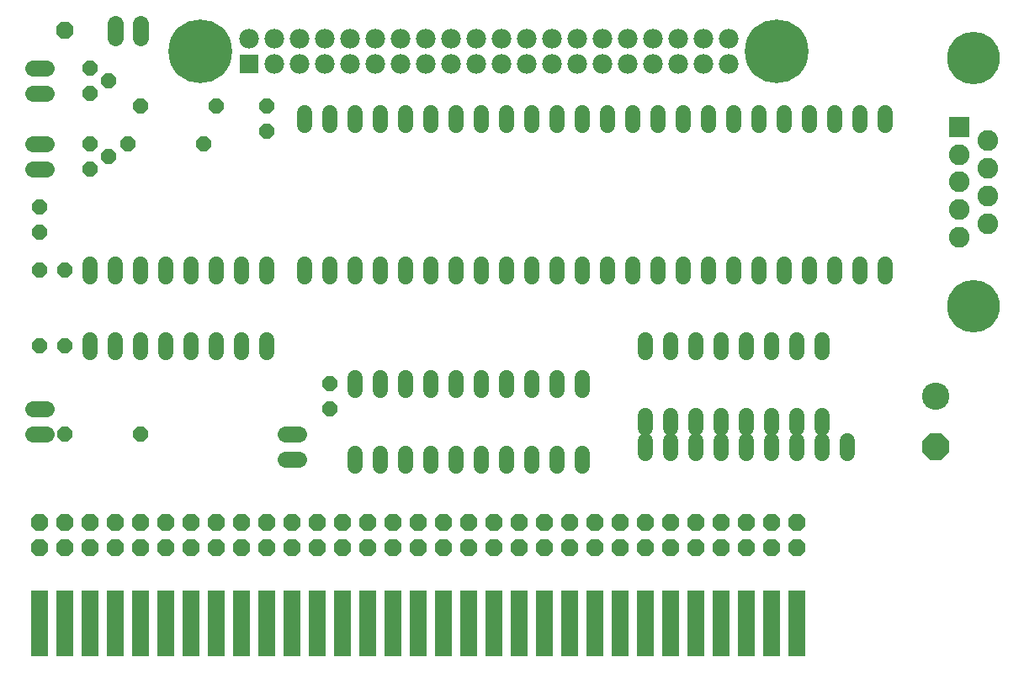
<source format=gbs>
G75*
%MOIN*%
%OFA0B0*%
%FSLAX24Y24*%
%IPPOS*%
%LPD*%
%AMOC8*
5,1,8,0,0,1.08239X$1,22.5*
%
%ADD10R,0.0680X0.2630*%
%ADD11OC8,0.0680*%
%ADD12R,0.0820X0.0820*%
%ADD13C,0.0820*%
%ADD14C,0.2080*%
%ADD15OC8,0.0600*%
%ADD16C,0.0600*%
%ADD17R,0.0780X0.0780*%
%ADD18C,0.0780*%
%ADD19C,0.2521*%
%ADD20C,0.0640*%
%ADD21C,0.1080*%
%ADD22OC8,0.1080*%
D10*
X001680Y001900D03*
X002680Y001900D03*
X003680Y001900D03*
X004680Y001900D03*
X005680Y001900D03*
X006680Y001900D03*
X007680Y001900D03*
X008680Y001900D03*
X009680Y001900D03*
X010680Y001900D03*
X011680Y001900D03*
X012680Y001900D03*
X013680Y001900D03*
X014680Y001900D03*
X015680Y001900D03*
X016680Y001900D03*
X017680Y001900D03*
X018680Y001900D03*
X019680Y001900D03*
X020680Y001900D03*
X021680Y001900D03*
X022680Y001900D03*
X023680Y001900D03*
X024680Y001900D03*
X025680Y001900D03*
X026680Y001900D03*
X027680Y001900D03*
X028680Y001900D03*
X029680Y001900D03*
X030680Y001900D03*
X031680Y001900D03*
D11*
X031680Y004900D03*
X030680Y004900D03*
X029680Y004900D03*
X028680Y004900D03*
X027680Y004900D03*
X026680Y004900D03*
X025680Y004900D03*
X024680Y004900D03*
X023680Y004900D03*
X022680Y004900D03*
X021680Y004900D03*
X020680Y004900D03*
X019680Y004900D03*
X018680Y004900D03*
X017680Y004900D03*
X016680Y004900D03*
X015680Y004900D03*
X014680Y004900D03*
X013680Y004900D03*
X012680Y004900D03*
X011680Y004900D03*
X010680Y004900D03*
X009680Y004900D03*
X008680Y004900D03*
X007680Y004900D03*
X006680Y004900D03*
X005680Y004900D03*
X004680Y004900D03*
X003680Y004900D03*
X002680Y004900D03*
X001680Y004900D03*
X001680Y005900D03*
X002680Y005900D03*
X003680Y005900D03*
X004680Y005900D03*
X005680Y005900D03*
X006680Y005900D03*
X007680Y005900D03*
X008680Y005900D03*
X009680Y005900D03*
X010680Y005900D03*
X011680Y005900D03*
X012680Y005900D03*
X013680Y005900D03*
X014680Y005900D03*
X015680Y005900D03*
X016680Y005900D03*
X017680Y005900D03*
X018680Y005900D03*
X019680Y005900D03*
X020680Y005900D03*
X021680Y005900D03*
X022680Y005900D03*
X023680Y005900D03*
X024680Y005900D03*
X025680Y005900D03*
X026680Y005900D03*
X027680Y005900D03*
X028680Y005900D03*
X029680Y005900D03*
X030680Y005900D03*
X031680Y005900D03*
X002680Y025400D03*
D12*
X038121Y021581D03*
D13*
X039239Y021034D03*
X038121Y020491D03*
X039239Y019943D03*
X038121Y019400D03*
X039239Y018857D03*
X038121Y018309D03*
X039239Y017766D03*
X038121Y017219D03*
D14*
X038680Y014479D03*
X038680Y024321D03*
D15*
X013180Y011400D03*
X013180Y010400D03*
X005680Y009400D03*
X002680Y009400D03*
X002680Y012900D03*
X001680Y012900D03*
X001680Y015900D03*
X002680Y015900D03*
X001680Y017400D03*
X001680Y018400D03*
X003680Y019900D03*
X004430Y020400D03*
X003680Y020900D03*
X005180Y020900D03*
X005680Y022400D03*
X004430Y023400D03*
X003680Y023900D03*
X003680Y022900D03*
X008180Y020900D03*
X010680Y021400D03*
X010680Y022400D03*
X008680Y022400D03*
D16*
X012180Y022160D02*
X012180Y021640D01*
X013180Y021640D02*
X013180Y022160D01*
X014180Y022160D02*
X014180Y021640D01*
X015180Y021640D02*
X015180Y022160D01*
X016180Y022160D02*
X016180Y021640D01*
X017180Y021640D02*
X017180Y022160D01*
X018180Y022160D02*
X018180Y021640D01*
X019180Y021640D02*
X019180Y022160D01*
X020180Y022160D02*
X020180Y021640D01*
X021180Y021640D02*
X021180Y022160D01*
X022180Y022160D02*
X022180Y021640D01*
X023180Y021640D02*
X023180Y022160D01*
X024180Y022160D02*
X024180Y021640D01*
X025180Y021640D02*
X025180Y022160D01*
X026180Y022160D02*
X026180Y021640D01*
X027180Y021640D02*
X027180Y022160D01*
X028180Y022160D02*
X028180Y021640D01*
X029180Y021640D02*
X029180Y022160D01*
X030180Y022160D02*
X030180Y021640D01*
X031180Y021640D02*
X031180Y022160D01*
X032180Y022160D02*
X032180Y021640D01*
X033180Y021640D02*
X033180Y022160D01*
X034180Y022160D02*
X034180Y021640D01*
X035180Y021640D02*
X035180Y022160D01*
X035180Y016160D02*
X035180Y015640D01*
X034180Y015640D02*
X034180Y016160D01*
X033180Y016160D02*
X033180Y015640D01*
X032180Y015640D02*
X032180Y016160D01*
X031180Y016160D02*
X031180Y015640D01*
X030180Y015640D02*
X030180Y016160D01*
X029180Y016160D02*
X029180Y015640D01*
X028180Y015640D02*
X028180Y016160D01*
X027180Y016160D02*
X027180Y015640D01*
X026180Y015640D02*
X026180Y016160D01*
X025180Y016160D02*
X025180Y015640D01*
X024180Y015640D02*
X024180Y016160D01*
X023180Y016160D02*
X023180Y015640D01*
X022180Y015640D02*
X022180Y016160D01*
X021180Y016160D02*
X021180Y015640D01*
X020180Y015640D02*
X020180Y016160D01*
X019180Y016160D02*
X019180Y015640D01*
X018180Y015640D02*
X018180Y016160D01*
X017180Y016160D02*
X017180Y015640D01*
X016180Y015640D02*
X016180Y016160D01*
X015180Y016160D02*
X015180Y015640D01*
X014180Y015640D02*
X014180Y016160D01*
X013180Y016160D02*
X013180Y015640D01*
X012180Y015640D02*
X012180Y016160D01*
X010680Y016160D02*
X010680Y015640D01*
X009680Y015640D02*
X009680Y016160D01*
X008680Y016160D02*
X008680Y015640D01*
X007680Y015640D02*
X007680Y016160D01*
X006680Y016160D02*
X006680Y015640D01*
X005680Y015640D02*
X005680Y016160D01*
X004680Y016160D02*
X004680Y015640D01*
X003680Y015640D02*
X003680Y016160D01*
X003680Y013160D02*
X003680Y012640D01*
X004680Y012640D02*
X004680Y013160D01*
X005680Y013160D02*
X005680Y012640D01*
X006680Y012640D02*
X006680Y013160D01*
X007680Y013160D02*
X007680Y012640D01*
X008680Y012640D02*
X008680Y013160D01*
X009680Y013160D02*
X009680Y012640D01*
X010680Y012640D02*
X010680Y013160D01*
X014180Y011660D02*
X014180Y011140D01*
X015180Y011140D02*
X015180Y011660D01*
X016180Y011660D02*
X016180Y011140D01*
X017180Y011140D02*
X017180Y011660D01*
X018180Y011660D02*
X018180Y011140D01*
X019180Y011140D02*
X019180Y011660D01*
X020180Y011660D02*
X020180Y011140D01*
X021180Y011140D02*
X021180Y011660D01*
X022180Y011660D02*
X022180Y011140D01*
X023180Y011140D02*
X023180Y011660D01*
X025680Y012640D02*
X025680Y013160D01*
X026680Y013160D02*
X026680Y012640D01*
X027680Y012640D02*
X027680Y013160D01*
X028680Y013160D02*
X028680Y012640D01*
X029680Y012640D02*
X029680Y013160D01*
X030680Y013160D02*
X030680Y012640D01*
X031680Y012640D02*
X031680Y013160D01*
X032680Y013160D02*
X032680Y012640D01*
X032680Y010160D02*
X032680Y009640D01*
X032680Y009160D02*
X032680Y008640D01*
X031680Y008640D02*
X031680Y009160D01*
X031680Y009640D02*
X031680Y010160D01*
X030680Y010160D02*
X030680Y009640D01*
X030680Y009160D02*
X030680Y008640D01*
X029680Y008640D02*
X029680Y009160D01*
X029680Y009640D02*
X029680Y010160D01*
X028680Y010160D02*
X028680Y009640D01*
X028680Y009160D02*
X028680Y008640D01*
X027680Y008640D02*
X027680Y009160D01*
X027680Y009640D02*
X027680Y010160D01*
X026680Y010160D02*
X026680Y009640D01*
X026680Y009160D02*
X026680Y008640D01*
X025680Y008640D02*
X025680Y009160D01*
X025680Y009640D02*
X025680Y010160D01*
X023180Y008660D02*
X023180Y008140D01*
X022180Y008140D02*
X022180Y008660D01*
X021180Y008660D02*
X021180Y008140D01*
X020180Y008140D02*
X020180Y008660D01*
X019180Y008660D02*
X019180Y008140D01*
X018180Y008140D02*
X018180Y008660D01*
X017180Y008660D02*
X017180Y008140D01*
X016180Y008140D02*
X016180Y008660D01*
X015180Y008660D02*
X015180Y008140D01*
X014180Y008140D02*
X014180Y008660D01*
X033680Y008640D02*
X033680Y009160D01*
D17*
X009975Y024069D03*
D18*
X010975Y024069D03*
X011975Y024069D03*
X012975Y024069D03*
X013975Y024069D03*
X014975Y024069D03*
X015975Y024069D03*
X016975Y024069D03*
X017975Y024069D03*
X018975Y024069D03*
X019975Y024069D03*
X020975Y024069D03*
X021975Y024069D03*
X022975Y024069D03*
X023975Y024069D03*
X024975Y024069D03*
X025975Y024069D03*
X026975Y024069D03*
X027975Y024069D03*
X028975Y024069D03*
X028975Y025069D03*
X027975Y025069D03*
X026975Y025069D03*
X025975Y025069D03*
X024975Y025069D03*
X023975Y025069D03*
X022975Y025069D03*
X021975Y025069D03*
X020975Y025069D03*
X019975Y025069D03*
X018975Y025069D03*
X017975Y025069D03*
X016975Y025069D03*
X015975Y025069D03*
X014975Y025069D03*
X013975Y025069D03*
X012975Y025069D03*
X011975Y025069D03*
X010975Y025069D03*
X009975Y025069D03*
D19*
X008058Y024569D03*
X030893Y024569D03*
D20*
X005680Y025120D02*
X005680Y025680D01*
X004680Y025680D02*
X004680Y025120D01*
X001960Y023900D02*
X001400Y023900D01*
X001400Y022900D02*
X001960Y022900D01*
X001960Y020900D02*
X001400Y020900D01*
X001400Y019900D02*
X001960Y019900D01*
X001960Y010400D02*
X001400Y010400D01*
X001400Y009400D02*
X001960Y009400D01*
X011400Y009400D02*
X011960Y009400D01*
X011960Y008400D02*
X011400Y008400D01*
D21*
X037180Y010900D03*
D22*
X037180Y008900D03*
M02*

</source>
